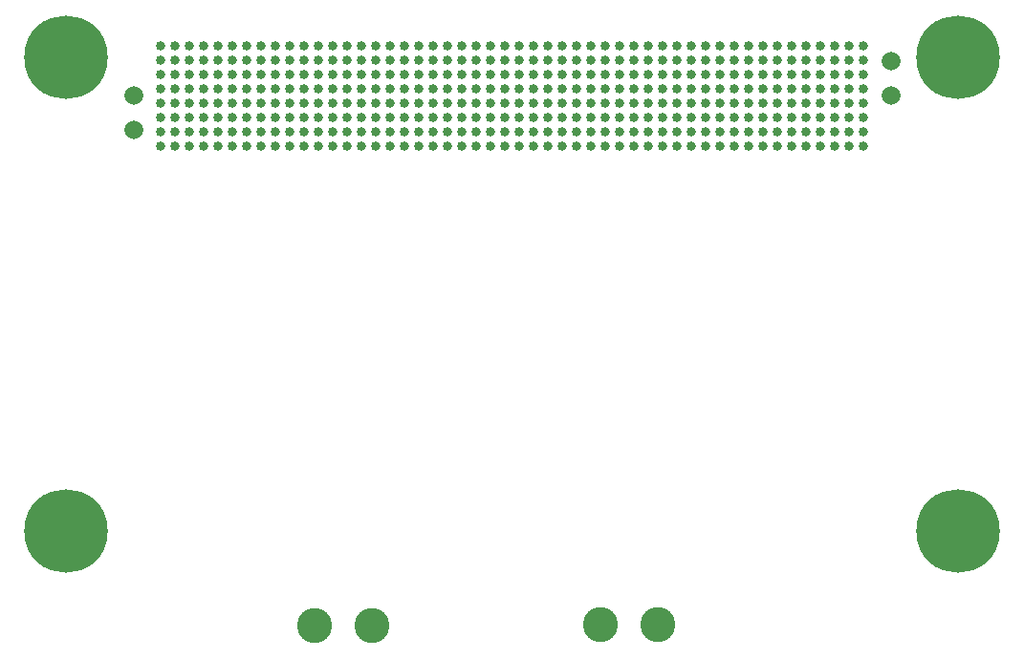
<source format=gbr>
G04 #@! TF.FileFunction,Soldermask,Bot*
%FSLAX46Y46*%
G04 Gerber Fmt 4.6, Leading zero omitted, Abs format (unit mm)*
G04 Created by KiCad (PCBNEW 4.0.7) date Fri Jan 12 23:49:52 2018*
%MOMM*%
%LPD*%
G01*
G04 APERTURE LIST*
%ADD10C,0.100000*%
%ADD11C,7.400000*%
%ADD12C,1.670000*%
%ADD13C,0.840000*%
%ADD14C,3.100000*%
G04 APERTURE END LIST*
D10*
D11*
X139500000Y-138600000D03*
X60500000Y-138600000D03*
X139500000Y-96600000D03*
D12*
X66459000Y-103050000D03*
X133539000Y-100000000D03*
D13*
X68885000Y-104445000D03*
X70155000Y-104445000D03*
X71425000Y-104445000D03*
X72695000Y-104445000D03*
X73965000Y-104445000D03*
X75235000Y-104445000D03*
X76505000Y-104445000D03*
X77775000Y-104445000D03*
X79045000Y-104445000D03*
X80315000Y-104445000D03*
X81585000Y-104445000D03*
X82855000Y-104445000D03*
X84125000Y-104445000D03*
X85395000Y-104445000D03*
X86665000Y-104445000D03*
X87935000Y-104445000D03*
X89205000Y-104445000D03*
X90475000Y-104445000D03*
X91745000Y-104445000D03*
X93015000Y-104445000D03*
X94285000Y-104445000D03*
X95555000Y-104445000D03*
X96825000Y-104445000D03*
X98095000Y-104445000D03*
X99365000Y-104445000D03*
X100635000Y-104445000D03*
X101905000Y-104445000D03*
X103175000Y-104445000D03*
X104445000Y-104445000D03*
X105715000Y-104445000D03*
X106985000Y-104445000D03*
X108255000Y-104445000D03*
X109525000Y-104445000D03*
X110795000Y-104445000D03*
X112065000Y-104445000D03*
X113335000Y-104445000D03*
X114605000Y-104445000D03*
X115875000Y-104445000D03*
X117145000Y-104445000D03*
X118415000Y-104445000D03*
X119685000Y-104445000D03*
X120955000Y-104445000D03*
X122225000Y-104445000D03*
X123495000Y-104445000D03*
X124765000Y-104445000D03*
X126035000Y-104445000D03*
X127305000Y-104445000D03*
X128575000Y-104445000D03*
X129845000Y-104445000D03*
X131115000Y-104445000D03*
X68885000Y-103175000D03*
X70155000Y-103175000D03*
X71425000Y-103175000D03*
X72695000Y-103175000D03*
X73965000Y-103175000D03*
X75235000Y-103175000D03*
X76505000Y-103175000D03*
X77775000Y-103175000D03*
X79045000Y-103175000D03*
X80315000Y-103175000D03*
X81585000Y-103175000D03*
X82855000Y-103175000D03*
X84125000Y-103175000D03*
X85395000Y-103175000D03*
X86665000Y-103175000D03*
X87935000Y-103175000D03*
X89205000Y-103175000D03*
X90475000Y-103175000D03*
X91745000Y-103175000D03*
X93015000Y-103175000D03*
X94285000Y-103175000D03*
X95555000Y-103175000D03*
X96825000Y-103175000D03*
X98095000Y-103175000D03*
X99365000Y-103175000D03*
X100635000Y-103175000D03*
X101905000Y-103175000D03*
X103175000Y-103175000D03*
X104445000Y-103175000D03*
X105715000Y-103175000D03*
X106985000Y-103175000D03*
X108255000Y-103175000D03*
X109525000Y-103175000D03*
X110795000Y-103175000D03*
X112065000Y-103175000D03*
X113335000Y-103175000D03*
X114605000Y-103175000D03*
X115875000Y-103175000D03*
X117145000Y-103175000D03*
X118415000Y-103175000D03*
X119685000Y-103175000D03*
X120955000Y-103175000D03*
X122225000Y-103175000D03*
X123495000Y-103175000D03*
X124765000Y-103175000D03*
X126035000Y-103175000D03*
X127305000Y-103175000D03*
X128575000Y-103175000D03*
X129845000Y-103175000D03*
X131115000Y-103175000D03*
X68885000Y-101905000D03*
X70155000Y-101905000D03*
X71425000Y-101905000D03*
X72695000Y-101905000D03*
X73965000Y-101905000D03*
X75235000Y-101905000D03*
X76505000Y-101905000D03*
X77775000Y-101905000D03*
X79045000Y-101905000D03*
X80315000Y-101905000D03*
X81585000Y-101905000D03*
X82855000Y-101905000D03*
X84125000Y-101905000D03*
X85395000Y-101905000D03*
X86665000Y-101905000D03*
X87935000Y-101905000D03*
X89205000Y-101905000D03*
X90475000Y-101905000D03*
X91745000Y-101905000D03*
X93015000Y-101905000D03*
X94285000Y-101905000D03*
X95555000Y-101905000D03*
X96825000Y-101905000D03*
X98095000Y-101905000D03*
X99365000Y-101905000D03*
X100635000Y-101905000D03*
X101905000Y-101905000D03*
X103175000Y-101905000D03*
X104445000Y-101905000D03*
X105715000Y-101905000D03*
X106985000Y-101905000D03*
X108255000Y-101905000D03*
X109525000Y-101905000D03*
X110795000Y-101905000D03*
X112065000Y-101905000D03*
X113335000Y-101905000D03*
X114605000Y-101905000D03*
X115875000Y-101905000D03*
X117145000Y-101905000D03*
X118415000Y-101905000D03*
X119685000Y-101905000D03*
X120955000Y-101905000D03*
X122225000Y-101905000D03*
X123495000Y-101905000D03*
X124765000Y-101905000D03*
X126035000Y-101905000D03*
X127305000Y-101905000D03*
X128575000Y-101905000D03*
X129845000Y-101905000D03*
X131115000Y-101905000D03*
X68885000Y-100635000D03*
X70155000Y-100635000D03*
X71425000Y-100635000D03*
X72695000Y-100635000D03*
X73965000Y-100635000D03*
X75235000Y-100635000D03*
X76505000Y-100635000D03*
X77775000Y-100635000D03*
X79045000Y-100635000D03*
X80315000Y-100635000D03*
X81585000Y-100635000D03*
X82855000Y-100635000D03*
X84125000Y-100635000D03*
X85395000Y-100635000D03*
X86665000Y-100635000D03*
X87935000Y-100635000D03*
X89205000Y-100635000D03*
X90475000Y-100635000D03*
X91745000Y-100635000D03*
X93015000Y-100635000D03*
X94285000Y-100635000D03*
X95555000Y-100635000D03*
X96825000Y-100635000D03*
X98095000Y-100635000D03*
X99365000Y-100635000D03*
X100635000Y-100635000D03*
X101905000Y-100635000D03*
X103175000Y-100635000D03*
X104445000Y-100635000D03*
X105715000Y-100635000D03*
X106985000Y-100635000D03*
X108255000Y-100635000D03*
X109525000Y-100635000D03*
X110795000Y-100635000D03*
X112065000Y-100635000D03*
X113335000Y-100635000D03*
X114605000Y-100635000D03*
X115875000Y-100635000D03*
X117145000Y-100635000D03*
X118415000Y-100635000D03*
X119685000Y-100635000D03*
X120955000Y-100635000D03*
X122225000Y-100635000D03*
X123495000Y-100635000D03*
X124765000Y-100635000D03*
X126035000Y-100635000D03*
X127305000Y-100635000D03*
X128575000Y-100635000D03*
X129845000Y-100635000D03*
X131115000Y-100635000D03*
X68885000Y-99365000D03*
X70155000Y-99365000D03*
X71425000Y-99365000D03*
X72695000Y-99365000D03*
X73965000Y-99365000D03*
X75235000Y-99365000D03*
X76505000Y-99365000D03*
X77775000Y-99365000D03*
X79045000Y-99365000D03*
X80315000Y-99365000D03*
X81585000Y-99365000D03*
X82855000Y-99365000D03*
X84125000Y-99365000D03*
X85395000Y-99365000D03*
X86665000Y-99365000D03*
X87935000Y-99365000D03*
X89205000Y-99365000D03*
X90475000Y-99365000D03*
X91745000Y-99365000D03*
X93015000Y-99365000D03*
X94285000Y-99365000D03*
X95555000Y-99365000D03*
X96825000Y-99365000D03*
X98095000Y-99365000D03*
X99365000Y-99365000D03*
X100635000Y-99365000D03*
X101905000Y-99365000D03*
X103175000Y-99365000D03*
X104445000Y-99365000D03*
X105715000Y-99365000D03*
X106985000Y-99365000D03*
X108255000Y-99365000D03*
X109525000Y-99365000D03*
X110795000Y-99365000D03*
X112065000Y-99365000D03*
X113335000Y-99365000D03*
X114605000Y-99365000D03*
X115875000Y-99365000D03*
X117145000Y-99365000D03*
X118415000Y-99365000D03*
X119685000Y-99365000D03*
X120955000Y-99365000D03*
X122225000Y-99365000D03*
X123495000Y-99365000D03*
X124765000Y-99365000D03*
X126035000Y-99365000D03*
X127305000Y-99365000D03*
X128575000Y-99365000D03*
X129845000Y-99365000D03*
X131115000Y-99365000D03*
X68885000Y-98095000D03*
X70155000Y-98095000D03*
X71425000Y-98095000D03*
X72695000Y-98095000D03*
X73965000Y-98095000D03*
X75235000Y-98095000D03*
X76505000Y-98095000D03*
X77775000Y-98095000D03*
X79045000Y-98095000D03*
X80315000Y-98095000D03*
X81585000Y-98095000D03*
X82855000Y-98095000D03*
X84125000Y-98095000D03*
X85395000Y-98095000D03*
X86665000Y-98095000D03*
X87935000Y-98095000D03*
X89205000Y-98095000D03*
X90475000Y-98095000D03*
X91745000Y-98095000D03*
X93015000Y-98095000D03*
X94285000Y-98095000D03*
X95555000Y-98095000D03*
X96825000Y-98095000D03*
X98095000Y-98095000D03*
X99365000Y-98095000D03*
X100635000Y-98095000D03*
X101905000Y-98095000D03*
X103175000Y-98095000D03*
X104445000Y-98095000D03*
X105715000Y-98095000D03*
X106985000Y-98095000D03*
X108255000Y-98095000D03*
X109525000Y-98095000D03*
X110795000Y-98095000D03*
X112065000Y-98095000D03*
X113335000Y-98095000D03*
X114605000Y-98095000D03*
X115875000Y-98095000D03*
X117145000Y-98095000D03*
X118415000Y-98095000D03*
X119685000Y-98095000D03*
X120955000Y-98095000D03*
X122225000Y-98095000D03*
X123495000Y-98095000D03*
X124765000Y-98095000D03*
X126035000Y-98095000D03*
X127305000Y-98095000D03*
X128575000Y-98095000D03*
X129845000Y-98095000D03*
X131115000Y-98095000D03*
X68885000Y-96825000D03*
X70155000Y-96825000D03*
X71425000Y-96825000D03*
X72695000Y-96825000D03*
X73965000Y-96825000D03*
X75235000Y-96825000D03*
X76505000Y-96825000D03*
X77775000Y-96825000D03*
X79045000Y-96825000D03*
X80315000Y-96825000D03*
X81585000Y-96825000D03*
X82855000Y-96825000D03*
X84125000Y-96825000D03*
X85395000Y-96825000D03*
X86665000Y-96825000D03*
X87935000Y-96825000D03*
X89205000Y-96825000D03*
X90475000Y-96825000D03*
X91745000Y-96825000D03*
X93015000Y-96825000D03*
X94285000Y-96825000D03*
X95555000Y-96825000D03*
X96825000Y-96825000D03*
X98095000Y-96825000D03*
X99365000Y-96825000D03*
X100635000Y-96825000D03*
X101905000Y-96825000D03*
X103175000Y-96825000D03*
X104445000Y-96825000D03*
X105715000Y-96825000D03*
X106985000Y-96825000D03*
X108255000Y-96825000D03*
X109525000Y-96825000D03*
X110795000Y-96825000D03*
X112065000Y-96825000D03*
X113335000Y-96825000D03*
X114605000Y-96825000D03*
X115875000Y-96825000D03*
X117145000Y-96825000D03*
X118415000Y-96825000D03*
X119685000Y-96825000D03*
X120955000Y-96825000D03*
X122225000Y-96825000D03*
X123495000Y-96825000D03*
X124765000Y-96825000D03*
X126035000Y-96825000D03*
X127305000Y-96825000D03*
X128575000Y-96825000D03*
X129845000Y-96825000D03*
X131115000Y-96825000D03*
X68885000Y-95555000D03*
X70155000Y-95555000D03*
X71425000Y-95555000D03*
X72695000Y-95555000D03*
X73965000Y-95555000D03*
X75235000Y-95555000D03*
X76505000Y-95555000D03*
X77775000Y-95555000D03*
X79045000Y-95555000D03*
X80315000Y-95555000D03*
X81585000Y-95555000D03*
X82855000Y-95555000D03*
X84125000Y-95555000D03*
X85395000Y-95555000D03*
X86665000Y-95555000D03*
X87935000Y-95555000D03*
X89205000Y-95555000D03*
X90475000Y-95555000D03*
X91745000Y-95555000D03*
X93015000Y-95555000D03*
X94285000Y-95555000D03*
X95555000Y-95555000D03*
X96825000Y-95555000D03*
X98095000Y-95555000D03*
X99365000Y-95555000D03*
X100635000Y-95555000D03*
X101905000Y-95555000D03*
X103175000Y-95555000D03*
X104445000Y-95555000D03*
X105715000Y-95555000D03*
X106985000Y-95555000D03*
X108255000Y-95555000D03*
X109525000Y-95555000D03*
X110795000Y-95555000D03*
X112065000Y-95555000D03*
X113335000Y-95555000D03*
X114605000Y-95555000D03*
X115875000Y-95555000D03*
X117145000Y-95555000D03*
X118415000Y-95555000D03*
X119685000Y-95555000D03*
X120955000Y-95555000D03*
X122225000Y-95555000D03*
X123495000Y-95555000D03*
X124765000Y-95555000D03*
X126035000Y-95555000D03*
X127305000Y-95555000D03*
X128575000Y-95555000D03*
X129845000Y-95555000D03*
X131115000Y-95555000D03*
D12*
X66459000Y-100000000D03*
X133539000Y-96950000D03*
D14*
X87540000Y-147000000D03*
X82460000Y-147000000D03*
X112850000Y-146900000D03*
X107770000Y-146900000D03*
D11*
X60500000Y-96600000D03*
M02*

</source>
